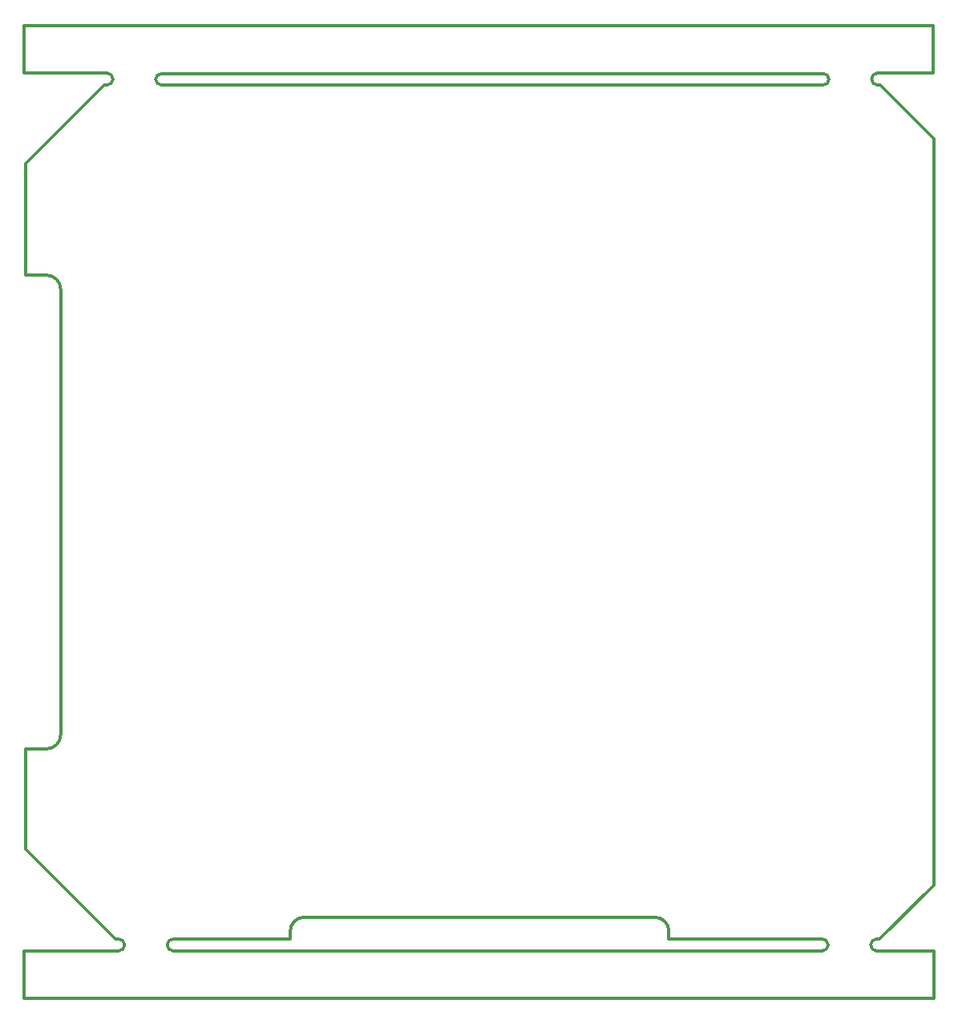
<source format=gm1>
G04*
G04 #@! TF.GenerationSoftware,Altium Limited,Altium Designer,20.1.11 (218)*
G04*
G04 Layer_Color=16711935*
%FSAX42Y42*%
%MOMM*%
G71*
G04*
G04 #@! TF.SameCoordinates,7236F677-8011-49D1-9462-8A3D937FB474*
G04*
G04*
G04 #@! TF.FilePolarity,Positive*
G04*
G01*
G75*
%ADD21C,0.30*%
D21*
X004371Y012812D02*
G03*
X004311Y012872I-000060J000000D01*
G01*
X012445D02*
G03*
X012385Y012812I000000J-000060D01*
G01*
X004883Y012867D02*
G03*
X004823Y012807I000000J-000060D01*
G01*
X011934D02*
G03*
X011874Y012867I-000060J000000D01*
G01*
X004311Y012747D02*
G03*
X004371Y012807I000000J000060D01*
G01*
X004823Y012807D02*
G03*
X004883Y012747I000060J000000D01*
G01*
X012385Y012807D02*
G03*
X012445Y012747I000060J000000D01*
G01*
X011874D02*
G03*
X011934Y012807I000000J000060D01*
G01*
X011924Y003670D02*
G03*
X011864Y003730I-000060J000000D01*
G01*
Y003605D02*
G03*
X011924Y003665I000000J000060D01*
G01*
X012436Y003730D02*
G03*
X012376Y003670I000000J-000060D01*
G01*
Y003665D02*
G03*
X012436Y003605I000060J000000D01*
G01*
X005006Y003730D02*
G03*
X004946Y003670I000000J-000060D01*
G01*
Y003665D02*
G03*
X005006Y003605I000060J000000D01*
G01*
X004434Y003605D02*
G03*
X004494Y003665I000000J000060D01*
G01*
Y003670D02*
G03*
X004434Y003730I-000060J000000D01*
G01*
X010244Y003810D02*
G03*
X010094Y003960I-000150J000000D01*
G01*
X006394D02*
G03*
X006244Y003810I000000J-000150D01*
G01*
X003670Y005738D02*
G03*
X003820Y005888I000000J000150D01*
G01*
Y010589D02*
G03*
X003670Y010739I-000150J000000D01*
G01*
X004883Y012747D02*
X004917D01*
X011707Y012747D02*
X011874D01*
X004917Y012747D02*
X006121D01*
X006120Y012747D02*
X011707D01*
X003435Y012872D02*
Y013372D01*
X013035Y012872D02*
Y013372D01*
X012445Y012872D02*
X013035D01*
X004882Y012867D02*
X011874D01*
X003435Y012872D02*
X004312D01*
X003435Y013372D02*
X013035D01*
X004277Y012747D02*
X004311D01*
X012447D02*
X012473D01*
X010245Y003730D02*
X011830D01*
X005040Y003730D02*
X006244D01*
X011830Y003730D02*
X011864D01*
X012436D02*
X012470D01*
X005006Y003730D02*
X005040D01*
X003435Y003105D02*
Y003605D01*
X013039Y003105D02*
Y003605D01*
X003435Y003105D02*
X013039D01*
X012435Y003605D02*
X013039D01*
X005005D02*
X011865D01*
X003435D02*
X004435D01*
X004400Y003730D02*
X004434D01*
X006244D02*
Y003810D01*
X003450Y010739D02*
Y011920D01*
X004277Y012747D01*
X012473D02*
X013039Y012181D01*
Y010739D02*
Y012181D01*
X013039Y010739D02*
X013039Y004299D01*
X012470Y003730D02*
X013039Y004299D01*
X010244Y003732D02*
X010244Y003730D01*
X006394Y003960D02*
X010094D01*
X003820Y005888D02*
X003820Y010589D01*
X003450Y005738D02*
X003670D01*
X003450Y010739D02*
X003670D01*
X010244Y003730D02*
Y003810D01*
X003450Y004680D02*
Y005738D01*
Y004680D02*
X004400Y003730D01*
M02*

</source>
